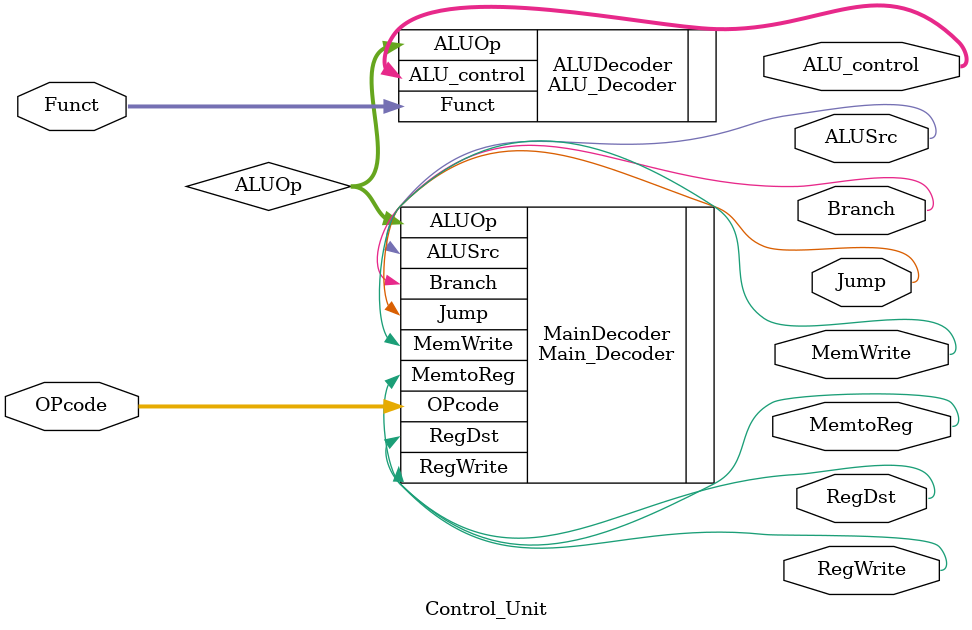
<source format=v>
`timescale 1ns / 1ps


module Control_Unit (OPcode,Funct,MemtoReg,MemWrite,Branch,ALUSrc,RegDst,RegWrite,Jump,ALU_control);

//inputs
input       [5:0]   OPcode; // Instruction[31:26] - primary opcode
input       [5:0]   Funct;  // Instruction[5:0] - function field (R-type)

//Output
output              MemtoReg;
output              MemWrite;
output              Branch;
output              ALUSrc;
output              RegDst;
output              RegWrite;
output              Jump;
output      [2:0]   ALU_control ;

wire        [1:0]   ALUOp;

// Generates control signals and ALUOp based on opcode
Main_Decoder MainDecoder (
.OPcode(OPcode),
.MemtoReg(MemtoReg),
.MemWrite(MemWrite),
.Branch(Branch),
.ALUSrc(ALUSrc),
.RegDst(RegDst),
.RegWrite(RegWrite),
.Jump(Jump),
.ALUOp(ALUOp)
);

// Selects actual ALU operation using funct field and ALUOp
ALU_Decoder ALUDecoder (
.Funct(Funct),
.ALUOp(ALUOp),
.ALU_control(ALU_control)
);

endmodule

</source>
